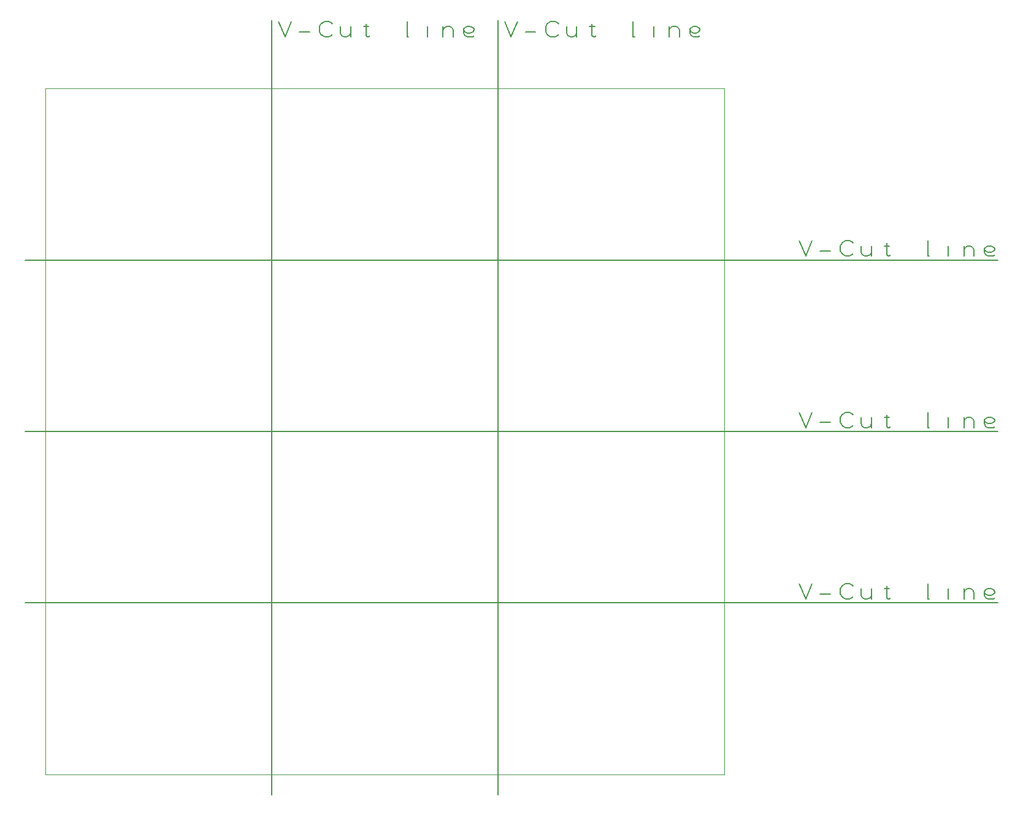
<source format=gko>
G04 EasyPC Gerber Version 21.0.3 Build 4286 *
%FSLAX35Y35*%
%MOIN*%
%ADD19C,0.00001*%
%ADD21C,0.00757*%
X0Y0D02*
D02*
D19*
X69029Y95257D02*
X437745D01*
Y467698*
X69029*
Y95257*
D02*
D21*
X191934Y84084D02*
Y504942D01*
X195659Y504244D02*
X199150Y495864D01*
X202642Y504244*
X206832Y498657D02*
X212419D01*
X224989Y497261D02*
X224290Y496562D01*
X222893Y495864*
X220798*
X219402Y496562*
X218704Y497261*
X218005Y498657*
Y501450*
X218704Y502847*
X219402Y503546*
X220798Y504244*
X222893*
X224290Y503546*
X224989Y502847*
X229178Y501450D02*
Y497959D01*
X229877Y496562*
X231273Y495864*
X232670*
X234067Y496562*
X234765Y497959*
Y501450D02*
Y495864D01*
X241748Y501450D02*
X244542D01*
X243145Y502847D02*
Y496562D01*
X243843Y495864*
X244542*
X245240Y496562*
X266190Y495864D02*
X265491D01*
Y504244*
X276665Y495864D02*
Y501450D01*
Y503546D02*
X285044Y495864*
Y501450D01*
Y499356D02*
X285743Y500752D01*
X287139Y501450*
X288536*
X289933Y500752*
X290631Y499356*
Y495864*
X301804Y496562D02*
X301106Y495864D01*
X299709*
X298313*
X296916Y496562*
X296218Y497959*
Y500054*
X296916Y500752*
X298313Y501450*
X299709*
X301106Y500752*
X301804Y500054*
Y499356*
X301106Y498657*
X299709Y497959*
X298313*
X296916Y498657*
X296218Y499356*
X314840Y84084D02*
Y504942D01*
X318564Y504244D02*
X322056Y495864D01*
X325548Y504244*
X329737Y498657D02*
X335324D01*
X347894Y497261D02*
X347196Y496562D01*
X345799Y495864*
X343704*
X342307Y496562*
X341609Y497261*
X340911Y498657*
Y501450*
X341609Y502847*
X342307Y503546*
X343704Y504244*
X345799*
X347196Y503546*
X347894Y502847*
X352084Y501450D02*
Y497959D01*
X352782Y496562*
X354179Y495864*
X355576*
X356972Y496562*
X357670Y497959*
Y501450D02*
Y495864D01*
X364654Y501450D02*
X367447D01*
X366050Y502847D02*
Y496562D01*
X366749Y495864*
X367447*
X368145Y496562*
X389095Y495864D02*
X388397D01*
Y504244*
X399570Y495864D02*
Y501450D01*
Y503546D02*
X407950Y495864*
Y501450D01*
Y499356D02*
X408648Y500752D01*
X410045Y501450*
X411442*
X412838Y500752*
X413537Y499356*
Y495864*
X424710Y496562D02*
X424011Y495864D01*
X422615*
X421218*
X419822Y496562*
X419123Y497959*
Y500054*
X419822Y500752*
X421218Y501450*
X422615*
X424011Y500752*
X424710Y500054*
Y499356*
X424011Y498657*
X422615Y497959*
X421218*
X419822Y498657*
X419123Y499356*
X478714Y198842D02*
X482206Y190462D01*
X485697Y198842*
X489887Y193256D02*
X495474D01*
X508044Y191859D02*
X507345Y191161D01*
X505948Y190462*
X503854*
X502457Y191161*
X501759Y191859*
X501060Y193256*
Y196049*
X501759Y197446*
X502457Y198144*
X503854Y198842*
X505948*
X507345Y198144*
X508044Y197446*
X512233Y196049D02*
Y192557D01*
X512932Y191161*
X514328Y190462*
X515725*
X517122Y191161*
X517820Y192557*
Y196049D02*
Y190462D01*
X524804Y196049D02*
X527597D01*
X526200Y197446D02*
Y191161D01*
X526898Y190462*
X527597*
X528295Y191161*
X549245Y190462D02*
X548546D01*
Y198842*
X559720Y190462D02*
Y196049D01*
Y198144D02*
X568100Y190462*
Y196049D01*
Y193954D02*
X568798Y195351D01*
X570194Y196049*
X571591*
X572988Y195351*
X573686Y193954*
Y190462*
X584859Y191161D02*
X584161Y190462D01*
X582765*
X581368*
X579971Y191161*
X579273Y192557*
Y194652*
X579971Y195351*
X581368Y196049*
X582765*
X584161Y195351*
X584859Y194652*
Y193954*
X584161Y193256*
X582765Y192557*
X581368*
X579971Y193256*
X579273Y193954*
X478714Y291952D02*
X482206Y283572D01*
X485697Y291952*
X489887Y286366D02*
X495474D01*
X508044Y284969D02*
X507345Y284271D01*
X505948Y283572*
X503854*
X502457Y284271*
X501759Y284969*
X501060Y286366*
Y289159*
X501759Y290556*
X502457Y291254*
X503854Y291952*
X505948*
X507345Y291254*
X508044Y290556*
X512233Y289159D02*
Y285668D01*
X512932Y284271*
X514328Y283572*
X515725*
X517122Y284271*
X517820Y285668*
Y289159D02*
Y283572D01*
X524804Y289159D02*
X527597D01*
X526200Y290556D02*
Y284271D01*
X526898Y283572*
X527597*
X528295Y284271*
X549245Y283572D02*
X548546D01*
Y291952*
X559720Y283572D02*
Y289159D01*
Y291254D02*
X568100Y283572*
Y289159D01*
Y287064D02*
X568798Y288461D01*
X570194Y289159*
X571591*
X572988Y288461*
X573686Y287064*
Y283572*
X584859Y284271D02*
X584161Y283572D01*
X582765*
X581368*
X579971Y284271*
X579273Y285668*
Y287763*
X579971Y288461*
X581368Y289159*
X582765*
X584161Y288461*
X584859Y287763*
Y287064*
X584161Y286366*
X582765Y285668*
X581368*
X579971Y286366*
X579273Y287064*
X478714Y385063D02*
X482206Y376683D01*
X485697Y385063*
X489887Y379476D02*
X495474D01*
X508044Y378080D02*
X507345Y377381D01*
X505948Y376683*
X503854*
X502457Y377381*
X501759Y378080*
X501060Y379476*
Y382269*
X501759Y383666*
X502457Y384365*
X503854Y385063*
X505948*
X507345Y384365*
X508044Y383666*
X512233Y382269D02*
Y378778D01*
X512932Y377381*
X514328Y376683*
X515725*
X517122Y377381*
X517820Y378778*
Y382269D02*
Y376683D01*
X524804Y382269D02*
X527597D01*
X526200Y383666D02*
Y377381D01*
X526898Y376683*
X527597*
X528295Y377381*
X549245Y376683D02*
X548546D01*
Y385063*
X559720Y376683D02*
Y382269D01*
Y384365D02*
X568100Y376683*
Y382269D01*
Y380174D02*
X568798Y381571D01*
X570194Y382269*
X571591*
X572988Y381571*
X573686Y380174*
Y376683*
X584859Y377381D02*
X584161Y376683D01*
X582765*
X581368*
X579971Y377381*
X579273Y378778*
Y380873*
X579971Y381571*
X581368Y382269*
X582765*
X584161Y381571*
X584859Y380873*
Y380174*
X584161Y379476*
X582765Y378778*
X581368*
X579971Y379476*
X579273Y380174*
X586722Y188367D02*
X57856D01*
X586722Y281478D02*
X57856D01*
X586722Y374588D02*
X57856D01*
X0Y0D02*
M02*

</source>
